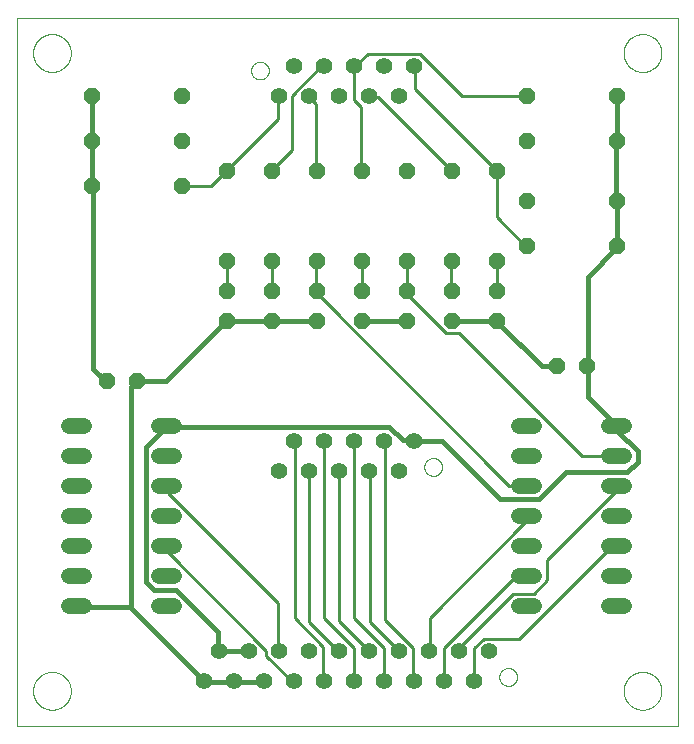
<source format=gtl>
G75*
%MOIN*%
%OFA0B0*%
%FSLAX25Y25*%
%IPPOS*%
%LPD*%
%AMOC8*
5,1,8,0,0,1.08239X$1,22.5*
%
%ADD10C,0.00000*%
%ADD11OC8,0.05200*%
%ADD12C,0.05200*%
%ADD13C,0.05600*%
%ADD14C,0.01600*%
%ADD15C,0.01000*%
D10*
X0001000Y0001000D02*
X0001000Y0237220D01*
X0221472Y0237220D01*
X0221472Y0001000D01*
X0001000Y0001000D01*
X0006512Y0012811D02*
X0006514Y0012969D01*
X0006520Y0013127D01*
X0006530Y0013285D01*
X0006544Y0013443D01*
X0006562Y0013600D01*
X0006583Y0013757D01*
X0006609Y0013913D01*
X0006639Y0014069D01*
X0006672Y0014224D01*
X0006710Y0014377D01*
X0006751Y0014530D01*
X0006796Y0014682D01*
X0006845Y0014833D01*
X0006898Y0014982D01*
X0006954Y0015130D01*
X0007014Y0015276D01*
X0007078Y0015421D01*
X0007146Y0015564D01*
X0007217Y0015706D01*
X0007291Y0015846D01*
X0007369Y0015983D01*
X0007451Y0016119D01*
X0007535Y0016253D01*
X0007624Y0016384D01*
X0007715Y0016513D01*
X0007810Y0016640D01*
X0007907Y0016765D01*
X0008008Y0016887D01*
X0008112Y0017006D01*
X0008219Y0017123D01*
X0008329Y0017237D01*
X0008442Y0017348D01*
X0008557Y0017457D01*
X0008675Y0017562D01*
X0008796Y0017664D01*
X0008919Y0017764D01*
X0009045Y0017860D01*
X0009173Y0017953D01*
X0009303Y0018043D01*
X0009436Y0018129D01*
X0009571Y0018213D01*
X0009707Y0018292D01*
X0009846Y0018369D01*
X0009987Y0018441D01*
X0010129Y0018511D01*
X0010273Y0018576D01*
X0010419Y0018638D01*
X0010566Y0018696D01*
X0010715Y0018751D01*
X0010865Y0018802D01*
X0011016Y0018849D01*
X0011168Y0018892D01*
X0011321Y0018931D01*
X0011476Y0018967D01*
X0011631Y0018998D01*
X0011787Y0019026D01*
X0011943Y0019050D01*
X0012100Y0019070D01*
X0012258Y0019086D01*
X0012415Y0019098D01*
X0012574Y0019106D01*
X0012732Y0019110D01*
X0012890Y0019110D01*
X0013048Y0019106D01*
X0013207Y0019098D01*
X0013364Y0019086D01*
X0013522Y0019070D01*
X0013679Y0019050D01*
X0013835Y0019026D01*
X0013991Y0018998D01*
X0014146Y0018967D01*
X0014301Y0018931D01*
X0014454Y0018892D01*
X0014606Y0018849D01*
X0014757Y0018802D01*
X0014907Y0018751D01*
X0015056Y0018696D01*
X0015203Y0018638D01*
X0015349Y0018576D01*
X0015493Y0018511D01*
X0015635Y0018441D01*
X0015776Y0018369D01*
X0015915Y0018292D01*
X0016051Y0018213D01*
X0016186Y0018129D01*
X0016319Y0018043D01*
X0016449Y0017953D01*
X0016577Y0017860D01*
X0016703Y0017764D01*
X0016826Y0017664D01*
X0016947Y0017562D01*
X0017065Y0017457D01*
X0017180Y0017348D01*
X0017293Y0017237D01*
X0017403Y0017123D01*
X0017510Y0017006D01*
X0017614Y0016887D01*
X0017715Y0016765D01*
X0017812Y0016640D01*
X0017907Y0016513D01*
X0017998Y0016384D01*
X0018087Y0016253D01*
X0018171Y0016119D01*
X0018253Y0015983D01*
X0018331Y0015846D01*
X0018405Y0015706D01*
X0018476Y0015564D01*
X0018544Y0015421D01*
X0018608Y0015276D01*
X0018668Y0015130D01*
X0018724Y0014982D01*
X0018777Y0014833D01*
X0018826Y0014682D01*
X0018871Y0014530D01*
X0018912Y0014377D01*
X0018950Y0014224D01*
X0018983Y0014069D01*
X0019013Y0013913D01*
X0019039Y0013757D01*
X0019060Y0013600D01*
X0019078Y0013443D01*
X0019092Y0013285D01*
X0019102Y0013127D01*
X0019108Y0012969D01*
X0019110Y0012811D01*
X0019108Y0012653D01*
X0019102Y0012495D01*
X0019092Y0012337D01*
X0019078Y0012179D01*
X0019060Y0012022D01*
X0019039Y0011865D01*
X0019013Y0011709D01*
X0018983Y0011553D01*
X0018950Y0011398D01*
X0018912Y0011245D01*
X0018871Y0011092D01*
X0018826Y0010940D01*
X0018777Y0010789D01*
X0018724Y0010640D01*
X0018668Y0010492D01*
X0018608Y0010346D01*
X0018544Y0010201D01*
X0018476Y0010058D01*
X0018405Y0009916D01*
X0018331Y0009776D01*
X0018253Y0009639D01*
X0018171Y0009503D01*
X0018087Y0009369D01*
X0017998Y0009238D01*
X0017907Y0009109D01*
X0017812Y0008982D01*
X0017715Y0008857D01*
X0017614Y0008735D01*
X0017510Y0008616D01*
X0017403Y0008499D01*
X0017293Y0008385D01*
X0017180Y0008274D01*
X0017065Y0008165D01*
X0016947Y0008060D01*
X0016826Y0007958D01*
X0016703Y0007858D01*
X0016577Y0007762D01*
X0016449Y0007669D01*
X0016319Y0007579D01*
X0016186Y0007493D01*
X0016051Y0007409D01*
X0015915Y0007330D01*
X0015776Y0007253D01*
X0015635Y0007181D01*
X0015493Y0007111D01*
X0015349Y0007046D01*
X0015203Y0006984D01*
X0015056Y0006926D01*
X0014907Y0006871D01*
X0014757Y0006820D01*
X0014606Y0006773D01*
X0014454Y0006730D01*
X0014301Y0006691D01*
X0014146Y0006655D01*
X0013991Y0006624D01*
X0013835Y0006596D01*
X0013679Y0006572D01*
X0013522Y0006552D01*
X0013364Y0006536D01*
X0013207Y0006524D01*
X0013048Y0006516D01*
X0012890Y0006512D01*
X0012732Y0006512D01*
X0012574Y0006516D01*
X0012415Y0006524D01*
X0012258Y0006536D01*
X0012100Y0006552D01*
X0011943Y0006572D01*
X0011787Y0006596D01*
X0011631Y0006624D01*
X0011476Y0006655D01*
X0011321Y0006691D01*
X0011168Y0006730D01*
X0011016Y0006773D01*
X0010865Y0006820D01*
X0010715Y0006871D01*
X0010566Y0006926D01*
X0010419Y0006984D01*
X0010273Y0007046D01*
X0010129Y0007111D01*
X0009987Y0007181D01*
X0009846Y0007253D01*
X0009707Y0007330D01*
X0009571Y0007409D01*
X0009436Y0007493D01*
X0009303Y0007579D01*
X0009173Y0007669D01*
X0009045Y0007762D01*
X0008919Y0007858D01*
X0008796Y0007958D01*
X0008675Y0008060D01*
X0008557Y0008165D01*
X0008442Y0008274D01*
X0008329Y0008385D01*
X0008219Y0008499D01*
X0008112Y0008616D01*
X0008008Y0008735D01*
X0007907Y0008857D01*
X0007810Y0008982D01*
X0007715Y0009109D01*
X0007624Y0009238D01*
X0007535Y0009369D01*
X0007451Y0009503D01*
X0007369Y0009639D01*
X0007291Y0009776D01*
X0007217Y0009916D01*
X0007146Y0010058D01*
X0007078Y0010201D01*
X0007014Y0010346D01*
X0006954Y0010492D01*
X0006898Y0010640D01*
X0006845Y0010789D01*
X0006796Y0010940D01*
X0006751Y0011092D01*
X0006710Y0011245D01*
X0006672Y0011398D01*
X0006639Y0011553D01*
X0006609Y0011709D01*
X0006583Y0011865D01*
X0006562Y0012022D01*
X0006544Y0012179D01*
X0006530Y0012337D01*
X0006520Y0012495D01*
X0006514Y0012653D01*
X0006512Y0012811D01*
X0136925Y0087437D02*
X0136927Y0087545D01*
X0136933Y0087654D01*
X0136943Y0087762D01*
X0136957Y0087869D01*
X0136975Y0087976D01*
X0136996Y0088083D01*
X0137022Y0088188D01*
X0137052Y0088293D01*
X0137085Y0088396D01*
X0137122Y0088498D01*
X0137163Y0088598D01*
X0137207Y0088697D01*
X0137256Y0088795D01*
X0137307Y0088890D01*
X0137362Y0088983D01*
X0137421Y0089075D01*
X0137483Y0089164D01*
X0137548Y0089251D01*
X0137616Y0089335D01*
X0137687Y0089417D01*
X0137761Y0089496D01*
X0137838Y0089572D01*
X0137918Y0089646D01*
X0138001Y0089716D01*
X0138086Y0089784D01*
X0138173Y0089848D01*
X0138263Y0089909D01*
X0138355Y0089967D01*
X0138449Y0090021D01*
X0138545Y0090072D01*
X0138642Y0090119D01*
X0138742Y0090163D01*
X0138843Y0090203D01*
X0138945Y0090239D01*
X0139048Y0090271D01*
X0139153Y0090300D01*
X0139259Y0090324D01*
X0139365Y0090345D01*
X0139472Y0090362D01*
X0139580Y0090375D01*
X0139688Y0090384D01*
X0139797Y0090389D01*
X0139905Y0090390D01*
X0140014Y0090387D01*
X0140122Y0090380D01*
X0140230Y0090369D01*
X0140337Y0090354D01*
X0140444Y0090335D01*
X0140550Y0090312D01*
X0140655Y0090286D01*
X0140760Y0090255D01*
X0140862Y0090221D01*
X0140964Y0090183D01*
X0141064Y0090141D01*
X0141163Y0090096D01*
X0141260Y0090047D01*
X0141354Y0089994D01*
X0141447Y0089938D01*
X0141538Y0089879D01*
X0141627Y0089816D01*
X0141713Y0089751D01*
X0141797Y0089682D01*
X0141878Y0089610D01*
X0141956Y0089535D01*
X0142032Y0089457D01*
X0142105Y0089376D01*
X0142175Y0089293D01*
X0142241Y0089208D01*
X0142305Y0089120D01*
X0142365Y0089029D01*
X0142422Y0088937D01*
X0142475Y0088842D01*
X0142525Y0088746D01*
X0142571Y0088648D01*
X0142614Y0088548D01*
X0142653Y0088447D01*
X0142688Y0088344D01*
X0142720Y0088241D01*
X0142747Y0088136D01*
X0142771Y0088030D01*
X0142791Y0087923D01*
X0142807Y0087816D01*
X0142819Y0087708D01*
X0142827Y0087600D01*
X0142831Y0087491D01*
X0142831Y0087383D01*
X0142827Y0087274D01*
X0142819Y0087166D01*
X0142807Y0087058D01*
X0142791Y0086951D01*
X0142771Y0086844D01*
X0142747Y0086738D01*
X0142720Y0086633D01*
X0142688Y0086530D01*
X0142653Y0086427D01*
X0142614Y0086326D01*
X0142571Y0086226D01*
X0142525Y0086128D01*
X0142475Y0086032D01*
X0142422Y0085937D01*
X0142365Y0085845D01*
X0142305Y0085754D01*
X0142241Y0085666D01*
X0142175Y0085581D01*
X0142105Y0085498D01*
X0142032Y0085417D01*
X0141956Y0085339D01*
X0141878Y0085264D01*
X0141797Y0085192D01*
X0141713Y0085123D01*
X0141627Y0085058D01*
X0141538Y0084995D01*
X0141447Y0084936D01*
X0141355Y0084880D01*
X0141260Y0084827D01*
X0141163Y0084778D01*
X0141064Y0084733D01*
X0140964Y0084691D01*
X0140862Y0084653D01*
X0140760Y0084619D01*
X0140655Y0084588D01*
X0140550Y0084562D01*
X0140444Y0084539D01*
X0140337Y0084520D01*
X0140230Y0084505D01*
X0140122Y0084494D01*
X0140014Y0084487D01*
X0139905Y0084484D01*
X0139797Y0084485D01*
X0139688Y0084490D01*
X0139580Y0084499D01*
X0139472Y0084512D01*
X0139365Y0084529D01*
X0139259Y0084550D01*
X0139153Y0084574D01*
X0139048Y0084603D01*
X0138945Y0084635D01*
X0138843Y0084671D01*
X0138742Y0084711D01*
X0138642Y0084755D01*
X0138545Y0084802D01*
X0138449Y0084853D01*
X0138355Y0084907D01*
X0138263Y0084965D01*
X0138173Y0085026D01*
X0138086Y0085090D01*
X0138001Y0085158D01*
X0137918Y0085228D01*
X0137838Y0085302D01*
X0137761Y0085378D01*
X0137687Y0085457D01*
X0137616Y0085539D01*
X0137548Y0085623D01*
X0137483Y0085710D01*
X0137421Y0085799D01*
X0137362Y0085891D01*
X0137307Y0085984D01*
X0137256Y0086079D01*
X0137207Y0086177D01*
X0137163Y0086276D01*
X0137122Y0086376D01*
X0137085Y0086478D01*
X0137052Y0086581D01*
X0137022Y0086686D01*
X0136996Y0086791D01*
X0136975Y0086898D01*
X0136957Y0087005D01*
X0136943Y0087112D01*
X0136933Y0087220D01*
X0136927Y0087329D01*
X0136925Y0087437D01*
X0161925Y0017437D02*
X0161927Y0017545D01*
X0161933Y0017654D01*
X0161943Y0017762D01*
X0161957Y0017869D01*
X0161975Y0017976D01*
X0161996Y0018083D01*
X0162022Y0018188D01*
X0162052Y0018293D01*
X0162085Y0018396D01*
X0162122Y0018498D01*
X0162163Y0018598D01*
X0162207Y0018697D01*
X0162256Y0018795D01*
X0162307Y0018890D01*
X0162362Y0018983D01*
X0162421Y0019075D01*
X0162483Y0019164D01*
X0162548Y0019251D01*
X0162616Y0019335D01*
X0162687Y0019417D01*
X0162761Y0019496D01*
X0162838Y0019572D01*
X0162918Y0019646D01*
X0163001Y0019716D01*
X0163086Y0019784D01*
X0163173Y0019848D01*
X0163263Y0019909D01*
X0163355Y0019967D01*
X0163449Y0020021D01*
X0163545Y0020072D01*
X0163642Y0020119D01*
X0163742Y0020163D01*
X0163843Y0020203D01*
X0163945Y0020239D01*
X0164048Y0020271D01*
X0164153Y0020300D01*
X0164259Y0020324D01*
X0164365Y0020345D01*
X0164472Y0020362D01*
X0164580Y0020375D01*
X0164688Y0020384D01*
X0164797Y0020389D01*
X0164905Y0020390D01*
X0165014Y0020387D01*
X0165122Y0020380D01*
X0165230Y0020369D01*
X0165337Y0020354D01*
X0165444Y0020335D01*
X0165550Y0020312D01*
X0165655Y0020286D01*
X0165760Y0020255D01*
X0165862Y0020221D01*
X0165964Y0020183D01*
X0166064Y0020141D01*
X0166163Y0020096D01*
X0166260Y0020047D01*
X0166354Y0019994D01*
X0166447Y0019938D01*
X0166538Y0019879D01*
X0166627Y0019816D01*
X0166713Y0019751D01*
X0166797Y0019682D01*
X0166878Y0019610D01*
X0166956Y0019535D01*
X0167032Y0019457D01*
X0167105Y0019376D01*
X0167175Y0019293D01*
X0167241Y0019208D01*
X0167305Y0019120D01*
X0167365Y0019029D01*
X0167422Y0018937D01*
X0167475Y0018842D01*
X0167525Y0018746D01*
X0167571Y0018648D01*
X0167614Y0018548D01*
X0167653Y0018447D01*
X0167688Y0018344D01*
X0167720Y0018241D01*
X0167747Y0018136D01*
X0167771Y0018030D01*
X0167791Y0017923D01*
X0167807Y0017816D01*
X0167819Y0017708D01*
X0167827Y0017600D01*
X0167831Y0017491D01*
X0167831Y0017383D01*
X0167827Y0017274D01*
X0167819Y0017166D01*
X0167807Y0017058D01*
X0167791Y0016951D01*
X0167771Y0016844D01*
X0167747Y0016738D01*
X0167720Y0016633D01*
X0167688Y0016530D01*
X0167653Y0016427D01*
X0167614Y0016326D01*
X0167571Y0016226D01*
X0167525Y0016128D01*
X0167475Y0016032D01*
X0167422Y0015937D01*
X0167365Y0015845D01*
X0167305Y0015754D01*
X0167241Y0015666D01*
X0167175Y0015581D01*
X0167105Y0015498D01*
X0167032Y0015417D01*
X0166956Y0015339D01*
X0166878Y0015264D01*
X0166797Y0015192D01*
X0166713Y0015123D01*
X0166627Y0015058D01*
X0166538Y0014995D01*
X0166447Y0014936D01*
X0166355Y0014880D01*
X0166260Y0014827D01*
X0166163Y0014778D01*
X0166064Y0014733D01*
X0165964Y0014691D01*
X0165862Y0014653D01*
X0165760Y0014619D01*
X0165655Y0014588D01*
X0165550Y0014562D01*
X0165444Y0014539D01*
X0165337Y0014520D01*
X0165230Y0014505D01*
X0165122Y0014494D01*
X0165014Y0014487D01*
X0164905Y0014484D01*
X0164797Y0014485D01*
X0164688Y0014490D01*
X0164580Y0014499D01*
X0164472Y0014512D01*
X0164365Y0014529D01*
X0164259Y0014550D01*
X0164153Y0014574D01*
X0164048Y0014603D01*
X0163945Y0014635D01*
X0163843Y0014671D01*
X0163742Y0014711D01*
X0163642Y0014755D01*
X0163545Y0014802D01*
X0163449Y0014853D01*
X0163355Y0014907D01*
X0163263Y0014965D01*
X0163173Y0015026D01*
X0163086Y0015090D01*
X0163001Y0015158D01*
X0162918Y0015228D01*
X0162838Y0015302D01*
X0162761Y0015378D01*
X0162687Y0015457D01*
X0162616Y0015539D01*
X0162548Y0015623D01*
X0162483Y0015710D01*
X0162421Y0015799D01*
X0162362Y0015891D01*
X0162307Y0015984D01*
X0162256Y0016079D01*
X0162207Y0016177D01*
X0162163Y0016276D01*
X0162122Y0016376D01*
X0162085Y0016478D01*
X0162052Y0016581D01*
X0162022Y0016686D01*
X0161996Y0016791D01*
X0161975Y0016898D01*
X0161957Y0017005D01*
X0161943Y0017112D01*
X0161933Y0017220D01*
X0161927Y0017329D01*
X0161925Y0017437D01*
X0203362Y0012811D02*
X0203364Y0012969D01*
X0203370Y0013127D01*
X0203380Y0013285D01*
X0203394Y0013443D01*
X0203412Y0013600D01*
X0203433Y0013757D01*
X0203459Y0013913D01*
X0203489Y0014069D01*
X0203522Y0014224D01*
X0203560Y0014377D01*
X0203601Y0014530D01*
X0203646Y0014682D01*
X0203695Y0014833D01*
X0203748Y0014982D01*
X0203804Y0015130D01*
X0203864Y0015276D01*
X0203928Y0015421D01*
X0203996Y0015564D01*
X0204067Y0015706D01*
X0204141Y0015846D01*
X0204219Y0015983D01*
X0204301Y0016119D01*
X0204385Y0016253D01*
X0204474Y0016384D01*
X0204565Y0016513D01*
X0204660Y0016640D01*
X0204757Y0016765D01*
X0204858Y0016887D01*
X0204962Y0017006D01*
X0205069Y0017123D01*
X0205179Y0017237D01*
X0205292Y0017348D01*
X0205407Y0017457D01*
X0205525Y0017562D01*
X0205646Y0017664D01*
X0205769Y0017764D01*
X0205895Y0017860D01*
X0206023Y0017953D01*
X0206153Y0018043D01*
X0206286Y0018129D01*
X0206421Y0018213D01*
X0206557Y0018292D01*
X0206696Y0018369D01*
X0206837Y0018441D01*
X0206979Y0018511D01*
X0207123Y0018576D01*
X0207269Y0018638D01*
X0207416Y0018696D01*
X0207565Y0018751D01*
X0207715Y0018802D01*
X0207866Y0018849D01*
X0208018Y0018892D01*
X0208171Y0018931D01*
X0208326Y0018967D01*
X0208481Y0018998D01*
X0208637Y0019026D01*
X0208793Y0019050D01*
X0208950Y0019070D01*
X0209108Y0019086D01*
X0209265Y0019098D01*
X0209424Y0019106D01*
X0209582Y0019110D01*
X0209740Y0019110D01*
X0209898Y0019106D01*
X0210057Y0019098D01*
X0210214Y0019086D01*
X0210372Y0019070D01*
X0210529Y0019050D01*
X0210685Y0019026D01*
X0210841Y0018998D01*
X0210996Y0018967D01*
X0211151Y0018931D01*
X0211304Y0018892D01*
X0211456Y0018849D01*
X0211607Y0018802D01*
X0211757Y0018751D01*
X0211906Y0018696D01*
X0212053Y0018638D01*
X0212199Y0018576D01*
X0212343Y0018511D01*
X0212485Y0018441D01*
X0212626Y0018369D01*
X0212765Y0018292D01*
X0212901Y0018213D01*
X0213036Y0018129D01*
X0213169Y0018043D01*
X0213299Y0017953D01*
X0213427Y0017860D01*
X0213553Y0017764D01*
X0213676Y0017664D01*
X0213797Y0017562D01*
X0213915Y0017457D01*
X0214030Y0017348D01*
X0214143Y0017237D01*
X0214253Y0017123D01*
X0214360Y0017006D01*
X0214464Y0016887D01*
X0214565Y0016765D01*
X0214662Y0016640D01*
X0214757Y0016513D01*
X0214848Y0016384D01*
X0214937Y0016253D01*
X0215021Y0016119D01*
X0215103Y0015983D01*
X0215181Y0015846D01*
X0215255Y0015706D01*
X0215326Y0015564D01*
X0215394Y0015421D01*
X0215458Y0015276D01*
X0215518Y0015130D01*
X0215574Y0014982D01*
X0215627Y0014833D01*
X0215676Y0014682D01*
X0215721Y0014530D01*
X0215762Y0014377D01*
X0215800Y0014224D01*
X0215833Y0014069D01*
X0215863Y0013913D01*
X0215889Y0013757D01*
X0215910Y0013600D01*
X0215928Y0013443D01*
X0215942Y0013285D01*
X0215952Y0013127D01*
X0215958Y0012969D01*
X0215960Y0012811D01*
X0215958Y0012653D01*
X0215952Y0012495D01*
X0215942Y0012337D01*
X0215928Y0012179D01*
X0215910Y0012022D01*
X0215889Y0011865D01*
X0215863Y0011709D01*
X0215833Y0011553D01*
X0215800Y0011398D01*
X0215762Y0011245D01*
X0215721Y0011092D01*
X0215676Y0010940D01*
X0215627Y0010789D01*
X0215574Y0010640D01*
X0215518Y0010492D01*
X0215458Y0010346D01*
X0215394Y0010201D01*
X0215326Y0010058D01*
X0215255Y0009916D01*
X0215181Y0009776D01*
X0215103Y0009639D01*
X0215021Y0009503D01*
X0214937Y0009369D01*
X0214848Y0009238D01*
X0214757Y0009109D01*
X0214662Y0008982D01*
X0214565Y0008857D01*
X0214464Y0008735D01*
X0214360Y0008616D01*
X0214253Y0008499D01*
X0214143Y0008385D01*
X0214030Y0008274D01*
X0213915Y0008165D01*
X0213797Y0008060D01*
X0213676Y0007958D01*
X0213553Y0007858D01*
X0213427Y0007762D01*
X0213299Y0007669D01*
X0213169Y0007579D01*
X0213036Y0007493D01*
X0212901Y0007409D01*
X0212765Y0007330D01*
X0212626Y0007253D01*
X0212485Y0007181D01*
X0212343Y0007111D01*
X0212199Y0007046D01*
X0212053Y0006984D01*
X0211906Y0006926D01*
X0211757Y0006871D01*
X0211607Y0006820D01*
X0211456Y0006773D01*
X0211304Y0006730D01*
X0211151Y0006691D01*
X0210996Y0006655D01*
X0210841Y0006624D01*
X0210685Y0006596D01*
X0210529Y0006572D01*
X0210372Y0006552D01*
X0210214Y0006536D01*
X0210057Y0006524D01*
X0209898Y0006516D01*
X0209740Y0006512D01*
X0209582Y0006512D01*
X0209424Y0006516D01*
X0209265Y0006524D01*
X0209108Y0006536D01*
X0208950Y0006552D01*
X0208793Y0006572D01*
X0208637Y0006596D01*
X0208481Y0006624D01*
X0208326Y0006655D01*
X0208171Y0006691D01*
X0208018Y0006730D01*
X0207866Y0006773D01*
X0207715Y0006820D01*
X0207565Y0006871D01*
X0207416Y0006926D01*
X0207269Y0006984D01*
X0207123Y0007046D01*
X0206979Y0007111D01*
X0206837Y0007181D01*
X0206696Y0007253D01*
X0206557Y0007330D01*
X0206421Y0007409D01*
X0206286Y0007493D01*
X0206153Y0007579D01*
X0206023Y0007669D01*
X0205895Y0007762D01*
X0205769Y0007858D01*
X0205646Y0007958D01*
X0205525Y0008060D01*
X0205407Y0008165D01*
X0205292Y0008274D01*
X0205179Y0008385D01*
X0205069Y0008499D01*
X0204962Y0008616D01*
X0204858Y0008735D01*
X0204757Y0008857D01*
X0204660Y0008982D01*
X0204565Y0009109D01*
X0204474Y0009238D01*
X0204385Y0009369D01*
X0204301Y0009503D01*
X0204219Y0009639D01*
X0204141Y0009776D01*
X0204067Y0009916D01*
X0203996Y0010058D01*
X0203928Y0010201D01*
X0203864Y0010346D01*
X0203804Y0010492D01*
X0203748Y0010640D01*
X0203695Y0010789D01*
X0203646Y0010940D01*
X0203601Y0011092D01*
X0203560Y0011245D01*
X0203522Y0011398D01*
X0203489Y0011553D01*
X0203459Y0011709D01*
X0203433Y0011865D01*
X0203412Y0012022D01*
X0203394Y0012179D01*
X0203380Y0012337D01*
X0203370Y0012495D01*
X0203364Y0012653D01*
X0203362Y0012811D01*
X0079169Y0219563D02*
X0079171Y0219671D01*
X0079177Y0219780D01*
X0079187Y0219888D01*
X0079201Y0219995D01*
X0079219Y0220102D01*
X0079240Y0220209D01*
X0079266Y0220314D01*
X0079296Y0220419D01*
X0079329Y0220522D01*
X0079366Y0220624D01*
X0079407Y0220724D01*
X0079451Y0220823D01*
X0079500Y0220921D01*
X0079551Y0221016D01*
X0079606Y0221109D01*
X0079665Y0221201D01*
X0079727Y0221290D01*
X0079792Y0221377D01*
X0079860Y0221461D01*
X0079931Y0221543D01*
X0080005Y0221622D01*
X0080082Y0221698D01*
X0080162Y0221772D01*
X0080245Y0221842D01*
X0080330Y0221910D01*
X0080417Y0221974D01*
X0080507Y0222035D01*
X0080599Y0222093D01*
X0080693Y0222147D01*
X0080789Y0222198D01*
X0080886Y0222245D01*
X0080986Y0222289D01*
X0081087Y0222329D01*
X0081189Y0222365D01*
X0081292Y0222397D01*
X0081397Y0222426D01*
X0081503Y0222450D01*
X0081609Y0222471D01*
X0081716Y0222488D01*
X0081824Y0222501D01*
X0081932Y0222510D01*
X0082041Y0222515D01*
X0082149Y0222516D01*
X0082258Y0222513D01*
X0082366Y0222506D01*
X0082474Y0222495D01*
X0082581Y0222480D01*
X0082688Y0222461D01*
X0082794Y0222438D01*
X0082899Y0222412D01*
X0083004Y0222381D01*
X0083106Y0222347D01*
X0083208Y0222309D01*
X0083308Y0222267D01*
X0083407Y0222222D01*
X0083504Y0222173D01*
X0083598Y0222120D01*
X0083691Y0222064D01*
X0083782Y0222005D01*
X0083871Y0221942D01*
X0083957Y0221877D01*
X0084041Y0221808D01*
X0084122Y0221736D01*
X0084200Y0221661D01*
X0084276Y0221583D01*
X0084349Y0221502D01*
X0084419Y0221419D01*
X0084485Y0221334D01*
X0084549Y0221246D01*
X0084609Y0221155D01*
X0084666Y0221063D01*
X0084719Y0220968D01*
X0084769Y0220872D01*
X0084815Y0220774D01*
X0084858Y0220674D01*
X0084897Y0220573D01*
X0084932Y0220470D01*
X0084964Y0220367D01*
X0084991Y0220262D01*
X0085015Y0220156D01*
X0085035Y0220049D01*
X0085051Y0219942D01*
X0085063Y0219834D01*
X0085071Y0219726D01*
X0085075Y0219617D01*
X0085075Y0219509D01*
X0085071Y0219400D01*
X0085063Y0219292D01*
X0085051Y0219184D01*
X0085035Y0219077D01*
X0085015Y0218970D01*
X0084991Y0218864D01*
X0084964Y0218759D01*
X0084932Y0218656D01*
X0084897Y0218553D01*
X0084858Y0218452D01*
X0084815Y0218352D01*
X0084769Y0218254D01*
X0084719Y0218158D01*
X0084666Y0218063D01*
X0084609Y0217971D01*
X0084549Y0217880D01*
X0084485Y0217792D01*
X0084419Y0217707D01*
X0084349Y0217624D01*
X0084276Y0217543D01*
X0084200Y0217465D01*
X0084122Y0217390D01*
X0084041Y0217318D01*
X0083957Y0217249D01*
X0083871Y0217184D01*
X0083782Y0217121D01*
X0083691Y0217062D01*
X0083599Y0217006D01*
X0083504Y0216953D01*
X0083407Y0216904D01*
X0083308Y0216859D01*
X0083208Y0216817D01*
X0083106Y0216779D01*
X0083004Y0216745D01*
X0082899Y0216714D01*
X0082794Y0216688D01*
X0082688Y0216665D01*
X0082581Y0216646D01*
X0082474Y0216631D01*
X0082366Y0216620D01*
X0082258Y0216613D01*
X0082149Y0216610D01*
X0082041Y0216611D01*
X0081932Y0216616D01*
X0081824Y0216625D01*
X0081716Y0216638D01*
X0081609Y0216655D01*
X0081503Y0216676D01*
X0081397Y0216700D01*
X0081292Y0216729D01*
X0081189Y0216761D01*
X0081087Y0216797D01*
X0080986Y0216837D01*
X0080886Y0216881D01*
X0080789Y0216928D01*
X0080693Y0216979D01*
X0080599Y0217033D01*
X0080507Y0217091D01*
X0080417Y0217152D01*
X0080330Y0217216D01*
X0080245Y0217284D01*
X0080162Y0217354D01*
X0080082Y0217428D01*
X0080005Y0217504D01*
X0079931Y0217583D01*
X0079860Y0217665D01*
X0079792Y0217749D01*
X0079727Y0217836D01*
X0079665Y0217925D01*
X0079606Y0218017D01*
X0079551Y0218110D01*
X0079500Y0218205D01*
X0079451Y0218303D01*
X0079407Y0218402D01*
X0079366Y0218502D01*
X0079329Y0218604D01*
X0079296Y0218707D01*
X0079266Y0218812D01*
X0079240Y0218917D01*
X0079219Y0219024D01*
X0079201Y0219131D01*
X0079187Y0219238D01*
X0079177Y0219346D01*
X0079171Y0219455D01*
X0079169Y0219563D01*
X0006512Y0225409D02*
X0006514Y0225567D01*
X0006520Y0225725D01*
X0006530Y0225883D01*
X0006544Y0226041D01*
X0006562Y0226198D01*
X0006583Y0226355D01*
X0006609Y0226511D01*
X0006639Y0226667D01*
X0006672Y0226822D01*
X0006710Y0226975D01*
X0006751Y0227128D01*
X0006796Y0227280D01*
X0006845Y0227431D01*
X0006898Y0227580D01*
X0006954Y0227728D01*
X0007014Y0227874D01*
X0007078Y0228019D01*
X0007146Y0228162D01*
X0007217Y0228304D01*
X0007291Y0228444D01*
X0007369Y0228581D01*
X0007451Y0228717D01*
X0007535Y0228851D01*
X0007624Y0228982D01*
X0007715Y0229111D01*
X0007810Y0229238D01*
X0007907Y0229363D01*
X0008008Y0229485D01*
X0008112Y0229604D01*
X0008219Y0229721D01*
X0008329Y0229835D01*
X0008442Y0229946D01*
X0008557Y0230055D01*
X0008675Y0230160D01*
X0008796Y0230262D01*
X0008919Y0230362D01*
X0009045Y0230458D01*
X0009173Y0230551D01*
X0009303Y0230641D01*
X0009436Y0230727D01*
X0009571Y0230811D01*
X0009707Y0230890D01*
X0009846Y0230967D01*
X0009987Y0231039D01*
X0010129Y0231109D01*
X0010273Y0231174D01*
X0010419Y0231236D01*
X0010566Y0231294D01*
X0010715Y0231349D01*
X0010865Y0231400D01*
X0011016Y0231447D01*
X0011168Y0231490D01*
X0011321Y0231529D01*
X0011476Y0231565D01*
X0011631Y0231596D01*
X0011787Y0231624D01*
X0011943Y0231648D01*
X0012100Y0231668D01*
X0012258Y0231684D01*
X0012415Y0231696D01*
X0012574Y0231704D01*
X0012732Y0231708D01*
X0012890Y0231708D01*
X0013048Y0231704D01*
X0013207Y0231696D01*
X0013364Y0231684D01*
X0013522Y0231668D01*
X0013679Y0231648D01*
X0013835Y0231624D01*
X0013991Y0231596D01*
X0014146Y0231565D01*
X0014301Y0231529D01*
X0014454Y0231490D01*
X0014606Y0231447D01*
X0014757Y0231400D01*
X0014907Y0231349D01*
X0015056Y0231294D01*
X0015203Y0231236D01*
X0015349Y0231174D01*
X0015493Y0231109D01*
X0015635Y0231039D01*
X0015776Y0230967D01*
X0015915Y0230890D01*
X0016051Y0230811D01*
X0016186Y0230727D01*
X0016319Y0230641D01*
X0016449Y0230551D01*
X0016577Y0230458D01*
X0016703Y0230362D01*
X0016826Y0230262D01*
X0016947Y0230160D01*
X0017065Y0230055D01*
X0017180Y0229946D01*
X0017293Y0229835D01*
X0017403Y0229721D01*
X0017510Y0229604D01*
X0017614Y0229485D01*
X0017715Y0229363D01*
X0017812Y0229238D01*
X0017907Y0229111D01*
X0017998Y0228982D01*
X0018087Y0228851D01*
X0018171Y0228717D01*
X0018253Y0228581D01*
X0018331Y0228444D01*
X0018405Y0228304D01*
X0018476Y0228162D01*
X0018544Y0228019D01*
X0018608Y0227874D01*
X0018668Y0227728D01*
X0018724Y0227580D01*
X0018777Y0227431D01*
X0018826Y0227280D01*
X0018871Y0227128D01*
X0018912Y0226975D01*
X0018950Y0226822D01*
X0018983Y0226667D01*
X0019013Y0226511D01*
X0019039Y0226355D01*
X0019060Y0226198D01*
X0019078Y0226041D01*
X0019092Y0225883D01*
X0019102Y0225725D01*
X0019108Y0225567D01*
X0019110Y0225409D01*
X0019108Y0225251D01*
X0019102Y0225093D01*
X0019092Y0224935D01*
X0019078Y0224777D01*
X0019060Y0224620D01*
X0019039Y0224463D01*
X0019013Y0224307D01*
X0018983Y0224151D01*
X0018950Y0223996D01*
X0018912Y0223843D01*
X0018871Y0223690D01*
X0018826Y0223538D01*
X0018777Y0223387D01*
X0018724Y0223238D01*
X0018668Y0223090D01*
X0018608Y0222944D01*
X0018544Y0222799D01*
X0018476Y0222656D01*
X0018405Y0222514D01*
X0018331Y0222374D01*
X0018253Y0222237D01*
X0018171Y0222101D01*
X0018087Y0221967D01*
X0017998Y0221836D01*
X0017907Y0221707D01*
X0017812Y0221580D01*
X0017715Y0221455D01*
X0017614Y0221333D01*
X0017510Y0221214D01*
X0017403Y0221097D01*
X0017293Y0220983D01*
X0017180Y0220872D01*
X0017065Y0220763D01*
X0016947Y0220658D01*
X0016826Y0220556D01*
X0016703Y0220456D01*
X0016577Y0220360D01*
X0016449Y0220267D01*
X0016319Y0220177D01*
X0016186Y0220091D01*
X0016051Y0220007D01*
X0015915Y0219928D01*
X0015776Y0219851D01*
X0015635Y0219779D01*
X0015493Y0219709D01*
X0015349Y0219644D01*
X0015203Y0219582D01*
X0015056Y0219524D01*
X0014907Y0219469D01*
X0014757Y0219418D01*
X0014606Y0219371D01*
X0014454Y0219328D01*
X0014301Y0219289D01*
X0014146Y0219253D01*
X0013991Y0219222D01*
X0013835Y0219194D01*
X0013679Y0219170D01*
X0013522Y0219150D01*
X0013364Y0219134D01*
X0013207Y0219122D01*
X0013048Y0219114D01*
X0012890Y0219110D01*
X0012732Y0219110D01*
X0012574Y0219114D01*
X0012415Y0219122D01*
X0012258Y0219134D01*
X0012100Y0219150D01*
X0011943Y0219170D01*
X0011787Y0219194D01*
X0011631Y0219222D01*
X0011476Y0219253D01*
X0011321Y0219289D01*
X0011168Y0219328D01*
X0011016Y0219371D01*
X0010865Y0219418D01*
X0010715Y0219469D01*
X0010566Y0219524D01*
X0010419Y0219582D01*
X0010273Y0219644D01*
X0010129Y0219709D01*
X0009987Y0219779D01*
X0009846Y0219851D01*
X0009707Y0219928D01*
X0009571Y0220007D01*
X0009436Y0220091D01*
X0009303Y0220177D01*
X0009173Y0220267D01*
X0009045Y0220360D01*
X0008919Y0220456D01*
X0008796Y0220556D01*
X0008675Y0220658D01*
X0008557Y0220763D01*
X0008442Y0220872D01*
X0008329Y0220983D01*
X0008219Y0221097D01*
X0008112Y0221214D01*
X0008008Y0221333D01*
X0007907Y0221455D01*
X0007810Y0221580D01*
X0007715Y0221707D01*
X0007624Y0221836D01*
X0007535Y0221967D01*
X0007451Y0222101D01*
X0007369Y0222237D01*
X0007291Y0222374D01*
X0007217Y0222514D01*
X0007146Y0222656D01*
X0007078Y0222799D01*
X0007014Y0222944D01*
X0006954Y0223090D01*
X0006898Y0223238D01*
X0006845Y0223387D01*
X0006796Y0223538D01*
X0006751Y0223690D01*
X0006710Y0223843D01*
X0006672Y0223996D01*
X0006639Y0224151D01*
X0006609Y0224307D01*
X0006583Y0224463D01*
X0006562Y0224620D01*
X0006544Y0224777D01*
X0006530Y0224935D01*
X0006520Y0225093D01*
X0006514Y0225251D01*
X0006512Y0225409D01*
X0203362Y0225409D02*
X0203364Y0225567D01*
X0203370Y0225725D01*
X0203380Y0225883D01*
X0203394Y0226041D01*
X0203412Y0226198D01*
X0203433Y0226355D01*
X0203459Y0226511D01*
X0203489Y0226667D01*
X0203522Y0226822D01*
X0203560Y0226975D01*
X0203601Y0227128D01*
X0203646Y0227280D01*
X0203695Y0227431D01*
X0203748Y0227580D01*
X0203804Y0227728D01*
X0203864Y0227874D01*
X0203928Y0228019D01*
X0203996Y0228162D01*
X0204067Y0228304D01*
X0204141Y0228444D01*
X0204219Y0228581D01*
X0204301Y0228717D01*
X0204385Y0228851D01*
X0204474Y0228982D01*
X0204565Y0229111D01*
X0204660Y0229238D01*
X0204757Y0229363D01*
X0204858Y0229485D01*
X0204962Y0229604D01*
X0205069Y0229721D01*
X0205179Y0229835D01*
X0205292Y0229946D01*
X0205407Y0230055D01*
X0205525Y0230160D01*
X0205646Y0230262D01*
X0205769Y0230362D01*
X0205895Y0230458D01*
X0206023Y0230551D01*
X0206153Y0230641D01*
X0206286Y0230727D01*
X0206421Y0230811D01*
X0206557Y0230890D01*
X0206696Y0230967D01*
X0206837Y0231039D01*
X0206979Y0231109D01*
X0207123Y0231174D01*
X0207269Y0231236D01*
X0207416Y0231294D01*
X0207565Y0231349D01*
X0207715Y0231400D01*
X0207866Y0231447D01*
X0208018Y0231490D01*
X0208171Y0231529D01*
X0208326Y0231565D01*
X0208481Y0231596D01*
X0208637Y0231624D01*
X0208793Y0231648D01*
X0208950Y0231668D01*
X0209108Y0231684D01*
X0209265Y0231696D01*
X0209424Y0231704D01*
X0209582Y0231708D01*
X0209740Y0231708D01*
X0209898Y0231704D01*
X0210057Y0231696D01*
X0210214Y0231684D01*
X0210372Y0231668D01*
X0210529Y0231648D01*
X0210685Y0231624D01*
X0210841Y0231596D01*
X0210996Y0231565D01*
X0211151Y0231529D01*
X0211304Y0231490D01*
X0211456Y0231447D01*
X0211607Y0231400D01*
X0211757Y0231349D01*
X0211906Y0231294D01*
X0212053Y0231236D01*
X0212199Y0231174D01*
X0212343Y0231109D01*
X0212485Y0231039D01*
X0212626Y0230967D01*
X0212765Y0230890D01*
X0212901Y0230811D01*
X0213036Y0230727D01*
X0213169Y0230641D01*
X0213299Y0230551D01*
X0213427Y0230458D01*
X0213553Y0230362D01*
X0213676Y0230262D01*
X0213797Y0230160D01*
X0213915Y0230055D01*
X0214030Y0229946D01*
X0214143Y0229835D01*
X0214253Y0229721D01*
X0214360Y0229604D01*
X0214464Y0229485D01*
X0214565Y0229363D01*
X0214662Y0229238D01*
X0214757Y0229111D01*
X0214848Y0228982D01*
X0214937Y0228851D01*
X0215021Y0228717D01*
X0215103Y0228581D01*
X0215181Y0228444D01*
X0215255Y0228304D01*
X0215326Y0228162D01*
X0215394Y0228019D01*
X0215458Y0227874D01*
X0215518Y0227728D01*
X0215574Y0227580D01*
X0215627Y0227431D01*
X0215676Y0227280D01*
X0215721Y0227128D01*
X0215762Y0226975D01*
X0215800Y0226822D01*
X0215833Y0226667D01*
X0215863Y0226511D01*
X0215889Y0226355D01*
X0215910Y0226198D01*
X0215928Y0226041D01*
X0215942Y0225883D01*
X0215952Y0225725D01*
X0215958Y0225567D01*
X0215960Y0225409D01*
X0215958Y0225251D01*
X0215952Y0225093D01*
X0215942Y0224935D01*
X0215928Y0224777D01*
X0215910Y0224620D01*
X0215889Y0224463D01*
X0215863Y0224307D01*
X0215833Y0224151D01*
X0215800Y0223996D01*
X0215762Y0223843D01*
X0215721Y0223690D01*
X0215676Y0223538D01*
X0215627Y0223387D01*
X0215574Y0223238D01*
X0215518Y0223090D01*
X0215458Y0222944D01*
X0215394Y0222799D01*
X0215326Y0222656D01*
X0215255Y0222514D01*
X0215181Y0222374D01*
X0215103Y0222237D01*
X0215021Y0222101D01*
X0214937Y0221967D01*
X0214848Y0221836D01*
X0214757Y0221707D01*
X0214662Y0221580D01*
X0214565Y0221455D01*
X0214464Y0221333D01*
X0214360Y0221214D01*
X0214253Y0221097D01*
X0214143Y0220983D01*
X0214030Y0220872D01*
X0213915Y0220763D01*
X0213797Y0220658D01*
X0213676Y0220556D01*
X0213553Y0220456D01*
X0213427Y0220360D01*
X0213299Y0220267D01*
X0213169Y0220177D01*
X0213036Y0220091D01*
X0212901Y0220007D01*
X0212765Y0219928D01*
X0212626Y0219851D01*
X0212485Y0219779D01*
X0212343Y0219709D01*
X0212199Y0219644D01*
X0212053Y0219582D01*
X0211906Y0219524D01*
X0211757Y0219469D01*
X0211607Y0219418D01*
X0211456Y0219371D01*
X0211304Y0219328D01*
X0211151Y0219289D01*
X0210996Y0219253D01*
X0210841Y0219222D01*
X0210685Y0219194D01*
X0210529Y0219170D01*
X0210372Y0219150D01*
X0210214Y0219134D01*
X0210057Y0219122D01*
X0209898Y0219114D01*
X0209740Y0219110D01*
X0209582Y0219110D01*
X0209424Y0219114D01*
X0209265Y0219122D01*
X0209108Y0219134D01*
X0208950Y0219150D01*
X0208793Y0219170D01*
X0208637Y0219194D01*
X0208481Y0219222D01*
X0208326Y0219253D01*
X0208171Y0219289D01*
X0208018Y0219328D01*
X0207866Y0219371D01*
X0207715Y0219418D01*
X0207565Y0219469D01*
X0207416Y0219524D01*
X0207269Y0219582D01*
X0207123Y0219644D01*
X0206979Y0219709D01*
X0206837Y0219779D01*
X0206696Y0219851D01*
X0206557Y0219928D01*
X0206421Y0220007D01*
X0206286Y0220091D01*
X0206153Y0220177D01*
X0206023Y0220267D01*
X0205895Y0220360D01*
X0205769Y0220456D01*
X0205646Y0220556D01*
X0205525Y0220658D01*
X0205407Y0220763D01*
X0205292Y0220872D01*
X0205179Y0220983D01*
X0205069Y0221097D01*
X0204962Y0221214D01*
X0204858Y0221333D01*
X0204757Y0221455D01*
X0204660Y0221580D01*
X0204565Y0221707D01*
X0204474Y0221836D01*
X0204385Y0221967D01*
X0204301Y0222101D01*
X0204219Y0222237D01*
X0204141Y0222374D01*
X0204067Y0222514D01*
X0203996Y0222656D01*
X0203928Y0222799D01*
X0203864Y0222944D01*
X0203804Y0223090D01*
X0203748Y0223238D01*
X0203695Y0223387D01*
X0203646Y0223538D01*
X0203601Y0223690D01*
X0203560Y0223843D01*
X0203522Y0223996D01*
X0203489Y0224151D01*
X0203459Y0224307D01*
X0203433Y0224463D01*
X0203412Y0224620D01*
X0203394Y0224777D01*
X0203380Y0224935D01*
X0203370Y0225093D01*
X0203364Y0225251D01*
X0203362Y0225409D01*
D11*
X0201000Y0211000D03*
X0201000Y0196000D03*
X0201000Y0176000D03*
X0201000Y0161000D03*
X0171000Y0161000D03*
X0161000Y0156000D03*
X0161000Y0146000D03*
X0161000Y0136000D03*
X0146000Y0136000D03*
X0146000Y0146000D03*
X0146000Y0156000D03*
X0131000Y0156000D03*
X0131000Y0146000D03*
X0131000Y0136000D03*
X0116000Y0136000D03*
X0116000Y0146000D03*
X0116000Y0156000D03*
X0101000Y0156000D03*
X0101000Y0146000D03*
X0101000Y0136000D03*
X0086000Y0136000D03*
X0086000Y0146000D03*
X0086000Y0156000D03*
X0071000Y0156000D03*
X0071000Y0146000D03*
X0071000Y0136000D03*
X0041000Y0116000D03*
X0031000Y0116000D03*
X0026000Y0181000D03*
X0026000Y0196000D03*
X0026000Y0211000D03*
X0056000Y0211000D03*
X0056000Y0196000D03*
X0071000Y0186000D03*
X0056000Y0181000D03*
X0086000Y0186000D03*
X0101000Y0186000D03*
X0116000Y0186000D03*
X0131000Y0186000D03*
X0146000Y0186000D03*
X0161000Y0186000D03*
X0171000Y0196000D03*
X0171000Y0211000D03*
X0171000Y0176000D03*
X0181000Y0121000D03*
X0191000Y0121000D03*
D12*
X0198400Y0101000D02*
X0203600Y0101000D01*
X0203600Y0091000D02*
X0198400Y0091000D01*
X0198400Y0081000D02*
X0203600Y0081000D01*
X0203600Y0071000D02*
X0198400Y0071000D01*
X0198400Y0061000D02*
X0203600Y0061000D01*
X0203600Y0051000D02*
X0198400Y0051000D01*
X0198400Y0041000D02*
X0203600Y0041000D01*
X0173600Y0041000D02*
X0168400Y0041000D01*
X0168400Y0051000D02*
X0173600Y0051000D01*
X0173600Y0061000D02*
X0168400Y0061000D01*
X0168400Y0071000D02*
X0173600Y0071000D01*
X0173600Y0081000D02*
X0168400Y0081000D01*
X0168400Y0091000D02*
X0173600Y0091000D01*
X0173600Y0101000D02*
X0168400Y0101000D01*
X0053600Y0101000D02*
X0048400Y0101000D01*
X0048400Y0091000D02*
X0053600Y0091000D01*
X0053600Y0081000D02*
X0048400Y0081000D01*
X0048400Y0071000D02*
X0053600Y0071000D01*
X0053600Y0061000D02*
X0048400Y0061000D01*
X0048400Y0051000D02*
X0053600Y0051000D01*
X0053600Y0041000D02*
X0048400Y0041000D01*
X0023600Y0041000D02*
X0018400Y0041000D01*
X0018400Y0051000D02*
X0023600Y0051000D01*
X0023600Y0061000D02*
X0018400Y0061000D01*
X0018400Y0071000D02*
X0023600Y0071000D01*
X0023600Y0081000D02*
X0018400Y0081000D01*
X0018400Y0091000D02*
X0023600Y0091000D01*
X0023600Y0101000D02*
X0018400Y0101000D01*
D13*
X0088500Y0086000D03*
X0093500Y0096000D03*
X0103500Y0096000D03*
X0098500Y0086000D03*
X0108500Y0086000D03*
X0113500Y0096000D03*
X0123500Y0096000D03*
X0118500Y0086000D03*
X0128500Y0086000D03*
X0133500Y0096000D03*
X0128500Y0026000D03*
X0118500Y0026000D03*
X0113500Y0016000D03*
X0123500Y0016000D03*
X0133500Y0016000D03*
X0143500Y0016000D03*
X0153500Y0016000D03*
X0148500Y0026000D03*
X0138500Y0026000D03*
X0158500Y0026000D03*
X0108500Y0026000D03*
X0098500Y0026000D03*
X0093500Y0016000D03*
X0103500Y0016000D03*
X0088500Y0026000D03*
X0078500Y0026000D03*
X0073500Y0016000D03*
X0083500Y0016000D03*
X0068500Y0026000D03*
X0063500Y0016000D03*
X0088500Y0211000D03*
X0093500Y0221000D03*
X0103500Y0221000D03*
X0098500Y0211000D03*
X0108500Y0211000D03*
X0113500Y0221000D03*
X0123500Y0221000D03*
X0118500Y0211000D03*
X0128500Y0211000D03*
X0133500Y0221000D03*
D14*
X0200800Y0160300D02*
X0191350Y0150850D01*
X0191350Y0121600D01*
X0191000Y0121000D01*
X0191350Y0120700D01*
X0191350Y0110800D01*
X0200800Y0101350D01*
X0201000Y0101000D01*
X0201250Y0100450D01*
X0201250Y0099550D01*
X0208000Y0092800D01*
X0208000Y0089200D01*
X0204400Y0085600D01*
X0184150Y0085600D01*
X0175150Y0076600D01*
X0162100Y0076600D01*
X0142750Y0095950D01*
X0134200Y0095950D01*
X0133500Y0096000D01*
X0133300Y0096400D01*
X0129700Y0096400D01*
X0125200Y0100900D01*
X0051400Y0100900D01*
X0051000Y0101000D01*
X0050500Y0100450D01*
X0044200Y0094150D01*
X0044200Y0049150D01*
X0046900Y0046450D01*
X0054100Y0046450D01*
X0068050Y0032500D01*
X0068050Y0026650D01*
X0068500Y0026000D01*
X0068500Y0026200D01*
X0078400Y0026200D01*
X0078500Y0026000D01*
X0073900Y0015850D02*
X0073500Y0016000D01*
X0073450Y0015850D01*
X0064000Y0015850D01*
X0063500Y0016000D01*
X0063100Y0016300D01*
X0038800Y0040600D01*
X0039250Y0041050D01*
X0039250Y0113950D01*
X0040600Y0115300D01*
X0041000Y0116000D01*
X0041050Y0116200D01*
X0050950Y0116200D01*
X0070750Y0136000D01*
X0071000Y0136000D01*
X0086000Y0136000D01*
X0101000Y0136000D01*
X0116000Y0136000D02*
X0131000Y0136000D01*
X0146000Y0136000D02*
X0161000Y0136000D01*
X0161650Y0135550D01*
X0176050Y0121150D01*
X0181000Y0121150D01*
X0181000Y0121000D01*
X0200800Y0160300D02*
X0201000Y0161000D01*
X0201250Y0161200D01*
X0201250Y0175600D01*
X0201000Y0176000D01*
X0200800Y0176500D01*
X0200800Y0195400D01*
X0201000Y0196000D01*
X0201250Y0196300D01*
X0201250Y0210700D01*
X0201000Y0211000D01*
X0038800Y0040600D02*
X0021250Y0040600D01*
X0021000Y0041000D01*
X0073900Y0015850D02*
X0083350Y0015850D01*
X0083500Y0016000D01*
X0031000Y0116000D02*
X0030700Y0116200D01*
X0026650Y0120250D01*
X0026650Y0180550D01*
X0026000Y0181000D01*
X0026200Y0181000D01*
X0026200Y0195850D01*
X0026000Y0196000D01*
X0026200Y0196750D01*
X0026200Y0210700D01*
X0026000Y0211000D01*
D15*
X0056000Y0181000D02*
X0065800Y0181000D01*
X0070750Y0185950D01*
X0071000Y0186000D01*
X0071200Y0186400D01*
X0088300Y0203500D01*
X0088300Y0210700D01*
X0088500Y0211000D01*
X0092800Y0211150D02*
X0092800Y0193150D01*
X0086050Y0186400D01*
X0086000Y0186000D01*
X0100900Y0186400D02*
X0101000Y0186000D01*
X0100900Y0186400D02*
X0100900Y0208450D01*
X0098650Y0210700D01*
X0098500Y0211000D01*
X0092800Y0211150D02*
X0102250Y0220600D01*
X0103150Y0220600D01*
X0103500Y0221000D01*
X0113500Y0221000D02*
X0113500Y0209800D01*
X0115750Y0207550D01*
X0115750Y0186400D01*
X0116000Y0186000D01*
X0118900Y0210700D02*
X0118500Y0211000D01*
X0118900Y0210700D02*
X0121600Y0210700D01*
X0145900Y0186400D01*
X0146000Y0186000D01*
X0160750Y0186400D02*
X0161000Y0186000D01*
X0161200Y0185950D01*
X0161200Y0170650D01*
X0170650Y0161200D01*
X0171000Y0161000D01*
X0161200Y0155800D02*
X0161000Y0156000D01*
X0161200Y0155800D02*
X0161200Y0146350D01*
X0161000Y0146000D01*
X0148600Y0131950D02*
X0144100Y0131950D01*
X0131050Y0145000D01*
X0131050Y0145900D01*
X0131000Y0146000D01*
X0131050Y0146350D01*
X0131050Y0155800D01*
X0131000Y0156000D01*
X0116200Y0155800D02*
X0116200Y0146350D01*
X0116000Y0146000D01*
X0116200Y0155800D02*
X0116000Y0156000D01*
X0101000Y0156000D02*
X0100900Y0155800D01*
X0100900Y0146350D01*
X0101000Y0146000D01*
X0101350Y0145900D01*
X0101350Y0145000D01*
X0165250Y0081100D01*
X0170650Y0081100D01*
X0171000Y0081000D01*
X0171000Y0071000D02*
X0170650Y0070750D01*
X0170650Y0068950D01*
X0138700Y0037000D01*
X0138700Y0026200D01*
X0138500Y0026000D01*
X0143650Y0027100D02*
X0143650Y0016300D01*
X0143500Y0016000D01*
X0133500Y0016000D02*
X0133300Y0016300D01*
X0133300Y0027100D01*
X0123850Y0036550D01*
X0123850Y0095950D01*
X0123500Y0096000D01*
X0113500Y0096000D02*
X0113500Y0037000D01*
X0123400Y0027100D01*
X0123400Y0016300D01*
X0123500Y0016000D01*
X0113500Y0016000D02*
X0113500Y0027100D01*
X0103600Y0037000D01*
X0103600Y0095950D01*
X0103500Y0096000D01*
X0093700Y0095950D02*
X0093500Y0096000D01*
X0093700Y0095950D02*
X0093700Y0037000D01*
X0103150Y0027550D01*
X0103150Y0016300D01*
X0103500Y0016000D01*
X0093500Y0016000D02*
X0093250Y0016300D01*
X0092350Y0016300D01*
X0084250Y0024400D01*
X0084250Y0026200D01*
X0051400Y0059050D01*
X0051400Y0060850D01*
X0051000Y0061000D01*
X0051400Y0078850D02*
X0088300Y0041950D01*
X0088300Y0026200D01*
X0088500Y0026000D01*
X0098650Y0035650D02*
X0108100Y0026200D01*
X0108500Y0026000D01*
X0098650Y0035650D02*
X0098650Y0085600D01*
X0098500Y0086000D01*
X0108500Y0086000D02*
X0108550Y0085600D01*
X0108550Y0036100D01*
X0118450Y0026200D01*
X0118500Y0026000D01*
X0118900Y0035650D02*
X0128350Y0026200D01*
X0128500Y0026000D01*
X0118900Y0035650D02*
X0118900Y0085600D01*
X0118500Y0086000D01*
X0148600Y0131950D02*
X0189550Y0091000D01*
X0201000Y0091000D01*
X0201000Y0081000D02*
X0200800Y0080650D01*
X0200800Y0079300D01*
X0177850Y0056350D01*
X0177850Y0049600D01*
X0173350Y0045100D01*
X0166600Y0045100D01*
X0148600Y0027100D01*
X0148600Y0026200D01*
X0148500Y0026000D01*
X0143650Y0027100D02*
X0167500Y0050950D01*
X0170650Y0050950D01*
X0171000Y0051000D01*
X0168400Y0030250D02*
X0156700Y0030250D01*
X0153550Y0027100D01*
X0153550Y0016300D01*
X0153500Y0016000D01*
X0168400Y0030250D02*
X0199000Y0060850D01*
X0200800Y0060850D01*
X0201000Y0061000D01*
X0146000Y0146000D02*
X0145900Y0146350D01*
X0145900Y0155800D01*
X0146000Y0156000D01*
X0160750Y0186400D02*
X0133750Y0213400D01*
X0133750Y0220600D01*
X0133500Y0221000D01*
X0135550Y0225100D02*
X0118000Y0225100D01*
X0113950Y0221050D01*
X0113500Y0221000D01*
X0135550Y0225100D02*
X0149500Y0211150D01*
X0170650Y0211150D01*
X0171000Y0211000D01*
X0086000Y0156000D02*
X0086050Y0155800D01*
X0086050Y0146350D01*
X0086000Y0146000D01*
X0071200Y0146350D02*
X0071000Y0146000D01*
X0071200Y0146350D02*
X0071200Y0155800D01*
X0071000Y0156000D01*
X0051000Y0081000D02*
X0051400Y0080650D01*
X0051400Y0078850D01*
M02*

</source>
